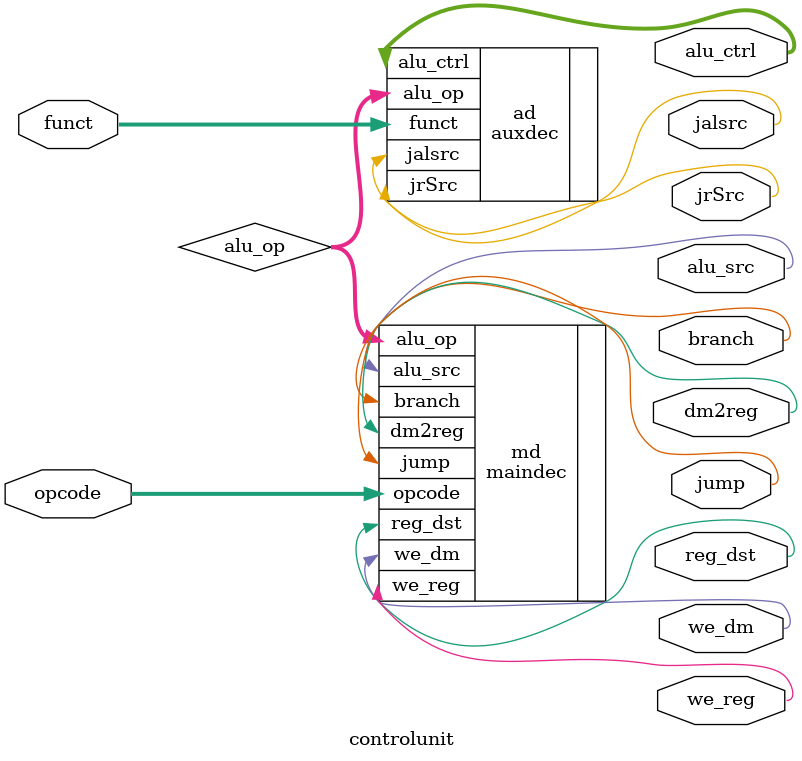
<source format=v>
module controlunit (
        input  wire [5:0]  opcode,
        input  wire [5:0]  funct,
        output wire        branch,
        output wire        jump,
        output wire        reg_dst,
        output wire        we_reg,
        output wire        alu_src,
        output wire        we_dm,
        output wire        dm2reg,
        output wire [3:0]  alu_ctrl,
        output wire        jrSrc,
        output wire        jalsrc
    );
    
    wire [1:0] alu_op;

    maindec md (
        .opcode         (opcode),
        .branch         (branch),
        .jump           (jump),
        .reg_dst        (reg_dst),
        .we_reg         (we_reg),
        .alu_src        (alu_src),
        .we_dm          (we_dm),
        .dm2reg         (dm2reg),
        .alu_op         (alu_op)
    );

    auxdec ad (
        .alu_op         (alu_op),
        .funct          (funct),
        .alu_ctrl       (alu_ctrl),
        .jrSrc          (jrSrc),
        .jalsrc         (jalsrc)
    );

endmodule
</source>
